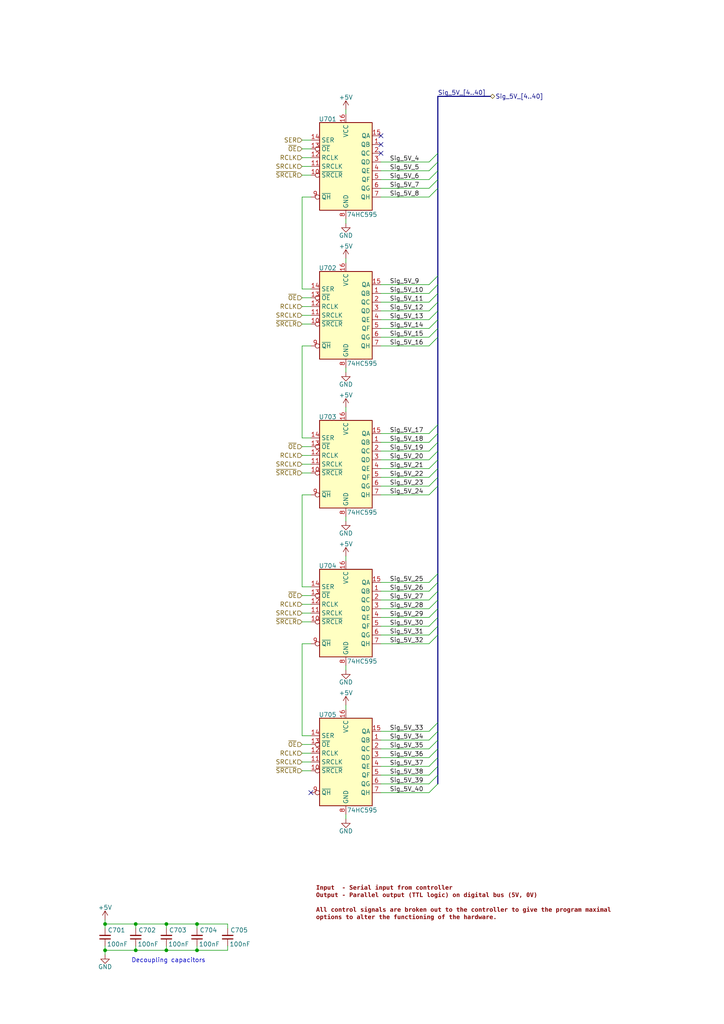
<source format=kicad_sch>
(kicad_sch (version 20250114) (generator "eeschema") (generator_version "9.0")
  (paper "A4" portrait)
  (title_block (title "VersaLogic board tester") (date "2025-09-09") (rev "1.0") (comment 1 "Copyright (c) 2025 by Filip Pynckels & Robin Pynckels"))
  (lib_symbols
    (symbol "74HCxx:74HC595"
      (property "Reference" "U" (at -7.112 13.97 0))
      (property "Value" "74HC595" (at 4.572 -13.97 0))
      (symbol "74HC595_1_0"
        (pin input line (at -10.16 7.62 0) (length 2.54) (name "SER") (number "14"))
        (pin input inverted (at -10.16 5.08 0) (length 2.54) (name "~{OE}") (number "13"))
        (pin input line (at -10.16 2.54 0) (length 2.54) (name "RCLK") (number "12"))
        (pin input line (at -10.16 0 0) (length 2.54) (name "SRCLK") (number "11"))
        (pin input inverted (at -10.16 -2.54 0) (length 2.54) (name "~{SRCLR}") (number "10"))
        (pin output inverted (at -10.16 -8.89 0) (length 2.54) (name "~{QH}") (number "9"))
        (pin power_in line (at 0 15.24 270) (length 2.54) (name "VCC") (number "16"))
        (pin power_in line (at 0 -15.24 90) (length 2.54) (name "GND") (number "8"))
        (pin output line (at 10.16 8.89 180) (length 2.54) (name "QA") (number "15"))
        (pin output line (at 10.16 6.35 180) (length 2.54) (name "QB") (number "1"))
        (pin output line (at 10.16 3.81 180) (length 2.54) (name "QC") (number "2"))
        (pin output line (at 10.16 1.27 180) (length 2.54) (name "QD") (number "3"))
        (pin output line (at 10.16 -1.27 180) (length 2.54) (name "QE") (number "4"))
        (pin output line (at 10.16 -3.81 180) (length 2.54) (name "QF") (number "5"))
        (pin output line (at 10.16 -6.35 180) (length 2.54) (name "QG") (number "6"))
        (pin output line (at 10.16 -8.89 180) (length 2.54) (name "QH") (number "7"))
      )
      (symbol "74HC595_1_1"
        (rectangle (start -7.62 12.7) (end 7.62 -12.7) (stroke (width 0.254)) (fill (type background)))
      )
    )
    (symbol "Device:C_Small" (pin_numbers (hide yes)) (pin_names (offset 0.254) (hide yes))
      (property "Reference" "C" (at 0.254 1.778 0))
      (property "Value" "C_Small" (at 0.254 -2.032 0))
      (symbol "C_Small_0_1"
        (polyline (pts (xy -1.524 0.508) (xy 1.524 0.508)) (stroke (width 0.3048)))
        (polyline (pts (xy -1.524 -0.508) (xy 1.524 -0.508)) (stroke (width 0.3302)))
      )
      (symbol "C_Small_1_1"
        (pin passive line (at 0 2.54 270) (length 2.032) (name "~") (number "1"))
        (pin passive line (at 0 -2.54 90) (length 2.032) (name "~") (number "2"))
      )
    )
    (symbol "power:+5V" (power) (pin_numbers (hide yes)) (pin_names (offset 0) (hide yes))
      (property "Value" "+5V" (at 0 3.556 0))
      (symbol "+5V_0_1"
        (polyline (pts (xy -0.762 1.27) (xy 0 2.54)))
        (polyline (pts (xy 0 2.54) (xy 0.762 1.27)))
        (polyline (pts (xy 0 0) (xy 0 2.54)))
      )
      (symbol "+5V_1_1"
        (pin power_in line (at 0 0 90) (length 0) (name "~") (number "1"))
      )
    )
    (symbol "power:GND" (power) (pin_numbers (hide yes)) (pin_names (offset 0) (hide yes))
      (property "Value" "GND" (at 0 -3.81 0))
      (symbol "GND_0_1"
        (polyline (pts (xy 0 0) (xy 0 -1.27) (xy 1.27 -1.27) (xy 0 -2.54) (xy -1.27 -1.27) (xy 0 -1.27)))
      )
      (symbol "GND_1_1"
        (pin power_in line (at 0 0 270) (length 0) (name "~") (number "1"))
      )
    )
  )
  (text "Decoupling capacitors" (at 38.1 277.876 0) (effects (font (size 1.27 1.27)) (justify left top)))
  (text "Input  - Serial input from controller\nOutput - Parallel output (TTL logic) on digital bus (5V, 0V)\n\nAll control signals are broken out to the controller to give the program maximal\noptions to alter the functioning of the hardware." (at 91.694 257.302 0) (effects (font (size 1.27 1.27) (bold yes)) (justify left top)))
  (junction (at 48.26 267.97))
  (junction (at 30.48 267.97))
  (junction (at 48.26 275.59))
  (junction (at 57.15 267.97))
  (junction (at 39.37 275.59))
  (junction (at 30.48 275.59))
  (junction (at 39.37 267.97))
  (junction (at 57.15 275.59))
  (no_connect (at 90.17 229.87))
  (no_connect (at 110.49 44.45))
  (no_connect (at 110.49 39.37))
  (no_connect (at 110.49 41.91))
  (bus_entry (at 124.46 222.25) (size 2.54 -2.54))
  (bus_entry (at 124.46 179.07) (size 2.54 -2.54))
  (bus_entry (at 124.46 92.71) (size 2.54 -2.54))
  (bus_entry (at 124.46 143.51) (size 2.54 -2.54))
  (bus_entry (at 124.46 128.27) (size 2.54 -2.54))
  (bus_entry (at 124.46 100.33) (size 2.54 -2.54))
  (bus_entry (at 124.46 168.91) (size 2.54 -2.54))
  (bus_entry (at 124.46 52.07) (size 2.54 -2.54))
  (bus_entry (at 124.46 140.97) (size 2.54 -2.54))
  (bus_entry (at 124.46 97.79) (size 2.54 -2.54))
  (bus_entry (at 124.46 212.09) (size 2.54 -2.54))
  (bus_entry (at 124.46 219.71) (size 2.54 -2.54))
  (bus_entry (at 124.46 227.33) (size 2.54 -2.54))
  (bus_entry (at 124.46 46.99) (size 2.54 -2.54))
  (bus_entry (at 124.46 125.73) (size 2.54 -2.54))
  (bus_entry (at 124.46 130.81) (size 2.54 -2.54))
  (bus_entry (at 124.46 85.09) (size 2.54 -2.54))
  (bus_entry (at 124.46 171.45) (size 2.54 -2.54))
  (bus_entry (at 124.46 82.55) (size 2.54 -2.54))
  (bus_entry (at 124.46 90.17) (size 2.54 -2.54))
  (bus_entry (at 124.46 95.25) (size 2.54 -2.54))
  (bus_entry (at 124.46 186.69) (size 2.54 -2.54))
  (bus_entry (at 124.46 87.63) (size 2.54 -2.54))
  (bus_entry (at 124.46 176.53) (size 2.54 -2.54))
  (bus_entry (at 124.46 217.17) (size 2.54 -2.54))
  (bus_entry (at 124.46 214.63) (size 2.54 -2.54))
  (bus_entry (at 124.46 135.89) (size 2.54 -2.54))
  (bus_entry (at 124.46 57.15) (size 2.54 -2.54))
  (bus_entry (at 124.46 229.87) (size 2.54 -2.54))
  (bus_entry (at 124.46 133.35) (size 2.54 -2.54))
  (bus_entry (at 124.46 181.61) (size 2.54 -2.54))
  (bus_entry (at 124.46 138.43) (size 2.54 -2.54))
  (bus_entry (at 124.46 184.15) (size 2.54 -2.54))
  (bus_entry (at 124.46 224.79) (size 2.54 -2.54))
  (bus_entry (at 124.46 173.99) (size 2.54 -2.54))
  (bus_entry (at 124.46 54.61) (size 2.54 -2.54))
  (bus_entry (at 124.46 49.53) (size 2.54 -2.54))
  (bus (pts (xy 127 125.73) (xy 127 128.27)))
  (wire (pts (xy 87.63 50.8) (xy 90.17 50.8)))
  (wire (pts (xy 110.49 133.35) (xy 124.46 133.35)))
  (bus (pts (xy 127 171.45) (xy 127 173.99)))
  (wire (pts (xy 87.63 170.18) (xy 90.17 170.18)))
  (wire (pts (xy 48.26 267.97) (xy 48.26 269.24)))
  (wire (pts (xy 66.04 274.32) (xy 66.04 275.59)))
  (wire (pts (xy 110.49 181.61) (xy 124.46 181.61)))
  (wire (pts (xy 110.49 128.27) (xy 124.46 128.27)))
  (wire (pts (xy 48.26 274.32) (xy 48.26 275.59)))
  (bus (pts (xy 127 90.17) (xy 127 92.71)))
  (wire (pts (xy 110.49 212.09) (xy 124.46 212.09)))
  (bus (pts (xy 127 135.89) (xy 127 138.43)))
  (wire (pts (xy 110.49 49.53) (xy 124.46 49.53)))
  (bus (pts (xy 127 130.81) (xy 127 133.35)))
  (wire (pts (xy 87.63 100.33) (xy 87.63 127)))
  (wire (pts (xy 110.49 100.33) (xy 124.46 100.33)))
  (wire (pts (xy 110.49 92.71) (xy 124.46 92.71)))
  (wire (pts (xy 100.33 63.5) (xy 100.33 64.77)))
  (wire (pts (xy 100.33 204.47) (xy 100.33 205.74)))
  (wire (pts (xy 110.49 214.63) (xy 124.46 214.63)))
  (wire (pts (xy 110.49 135.89) (xy 124.46 135.89)))
  (bus (pts (xy 127 27.94) (xy 127 44.45)))
  (wire (pts (xy 87.63 83.82) (xy 90.17 83.82)))
  (wire (pts (xy 30.48 267.97) (xy 30.48 269.24)))
  (wire (pts (xy 110.49 229.87) (xy 124.46 229.87)))
  (wire (pts (xy 110.49 125.73) (xy 124.46 125.73)))
  (wire (pts (xy 110.49 97.79) (xy 124.46 97.79)))
  (wire (pts (xy 87.63 220.98) (xy 90.17 220.98)))
  (bus (pts (xy 127 138.43) (xy 127 140.97)))
  (wire (pts (xy 87.63 143.51) (xy 87.63 170.18)))
  (wire (pts (xy 90.17 57.15) (xy 87.63 57.15)))
  (bus (pts (xy 127 85.09) (xy 127 87.63)))
  (wire (pts (xy 87.63 137.16) (xy 90.17 137.16)))
  (wire (pts (xy 87.63 218.44) (xy 90.17 218.44)))
  (wire (pts (xy 110.49 138.43) (xy 124.46 138.43)))
  (wire (pts (xy 90.17 186.69) (xy 87.63 186.69)))
  (bus (pts (xy 127 92.71) (xy 127 95.25)))
  (wire (pts (xy 87.63 186.69) (xy 87.63 213.36)))
  (bus (pts (xy 127 133.35) (xy 127 135.89)))
  (wire (pts (xy 66.04 275.59) (xy 57.15 275.59)))
  (wire (pts (xy 87.63 91.44) (xy 90.17 91.44)))
  (wire (pts (xy 110.49 227.33) (xy 124.46 227.33)))
  (wire (pts (xy 110.49 82.55) (xy 124.46 82.55)))
  (wire (pts (xy 110.49 54.61) (xy 124.46 54.61)))
  (bus (pts (xy 127 97.79) (xy 127 123.19)))
  (wire (pts (xy 100.33 236.22) (xy 100.33 237.49)))
  (bus (pts (xy 127 212.09) (xy 127 214.63)))
  (wire (pts (xy 66.04 267.97) (xy 57.15 267.97)))
  (wire (pts (xy 87.63 45.72) (xy 90.17 45.72)))
  (wire (pts (xy 39.37 267.97) (xy 39.37 269.24)))
  (wire (pts (xy 87.63 213.36) (xy 90.17 213.36)))
  (wire (pts (xy 87.63 48.26) (xy 90.17 48.26)))
  (wire (pts (xy 100.33 149.86) (xy 100.33 151.13)))
  (wire (pts (xy 110.49 171.45) (xy 124.46 171.45)))
  (bus (pts (xy 127 179.07) (xy 127 181.61)))
  (bus (pts (xy 127 128.27) (xy 127 130.81)))
  (wire (pts (xy 87.63 40.64) (xy 90.17 40.64)))
  (wire (pts (xy 110.49 46.99) (xy 124.46 46.99)))
  (wire (pts (xy 57.15 274.32) (xy 57.15 275.59)))
  (bus (pts (xy 142.24 27.94) (xy 127 27.94)))
  (bus (pts (xy 127 87.63) (xy 127 90.17)))
  (bus (pts (xy 127 222.25) (xy 127 224.79)))
  (wire (pts (xy 48.26 267.97) (xy 39.37 267.97)))
  (wire (pts (xy 100.33 74.93) (xy 100.33 76.2)))
  (wire (pts (xy 87.63 177.8) (xy 90.17 177.8)))
  (wire (pts (xy 110.49 219.71) (xy 124.46 219.71)))
  (bus (pts (xy 127 219.71) (xy 127 222.25)))
  (wire (pts (xy 90.17 143.51) (xy 87.63 143.51)))
  (wire (pts (xy 110.49 90.17) (xy 124.46 90.17)))
  (bus (pts (xy 127 46.99) (xy 127 49.53)))
  (bus (pts (xy 127 166.37) (xy 127 168.91)))
  (wire (pts (xy 90.17 100.33) (xy 87.63 100.33)))
  (wire (pts (xy 100.33 193.04) (xy 100.33 194.31)))
  (wire (pts (xy 100.33 31.75) (xy 100.33 33.02)))
  (bus (pts (xy 127 123.19) (xy 127 125.73)))
  (wire (pts (xy 100.33 118.11) (xy 100.33 119.38)))
  (wire (pts (xy 30.48 275.59) (xy 30.48 276.86)))
  (wire (pts (xy 110.49 168.91) (xy 124.46 168.91)))
  (wire (pts (xy 30.48 266.7) (xy 30.48 267.97)))
  (wire (pts (xy 110.49 222.25) (xy 124.46 222.25)))
  (wire (pts (xy 110.49 57.15) (xy 124.46 57.15)))
  (wire (pts (xy 87.63 175.26) (xy 90.17 175.26)))
  (bus (pts (xy 127 217.17) (xy 127 219.71)))
  (wire (pts (xy 87.63 86.36) (xy 90.17 86.36)))
  (wire (pts (xy 87.63 43.18) (xy 90.17 43.18)))
  (bus (pts (xy 127 184.15) (xy 127 209.55)))
  (wire (pts (xy 87.63 93.98) (xy 90.17 93.98)))
  (bus (pts (xy 127 49.53) (xy 127 52.07)))
  (wire (pts (xy 110.49 130.81) (xy 124.46 130.81)))
  (wire (pts (xy 110.49 87.63) (xy 124.46 87.63)))
  (bus (pts (xy 127 44.45) (xy 127 46.99)))
  (wire (pts (xy 87.63 172.72) (xy 90.17 172.72)))
  (wire (pts (xy 110.49 140.97) (xy 124.46 140.97)))
  (wire (pts (xy 100.33 161.29) (xy 100.33 162.56)))
  (wire (pts (xy 57.15 267.97) (xy 48.26 267.97)))
  (wire (pts (xy 110.49 179.07) (xy 124.46 179.07)))
  (wire (pts (xy 87.63 215.9) (xy 90.17 215.9)))
  (wire (pts (xy 110.49 52.07) (xy 124.46 52.07)))
  (bus (pts (xy 127 82.55) (xy 127 85.09)))
  (wire (pts (xy 87.63 57.15) (xy 87.63 83.82)))
  (wire (pts (xy 66.04 269.24) (xy 66.04 267.97)))
  (wire (pts (xy 48.26 275.59) (xy 39.37 275.59)))
  (wire (pts (xy 110.49 176.53) (xy 124.46 176.53)))
  (bus (pts (xy 127 52.07) (xy 127 54.61)))
  (wire (pts (xy 87.63 134.62) (xy 90.17 134.62)))
  (wire (pts (xy 87.63 127) (xy 90.17 127)))
  (wire (pts (xy 110.49 143.51) (xy 124.46 143.51)))
  (wire (pts (xy 110.49 224.79) (xy 124.46 224.79)))
  (wire (pts (xy 87.63 129.54) (xy 90.17 129.54)))
  (wire (pts (xy 39.37 267.97) (xy 30.48 267.97)))
  (wire (pts (xy 30.48 274.32) (xy 30.48 275.59)))
  (wire (pts (xy 110.49 184.15) (xy 124.46 184.15)))
  (wire (pts (xy 87.63 132.08) (xy 90.17 132.08)))
  (bus (pts (xy 127 176.53) (xy 127 179.07)))
  (wire (pts (xy 87.63 223.52) (xy 90.17 223.52)))
  (bus (pts (xy 127 181.61) (xy 127 184.15)))
  (wire (pts (xy 110.49 217.17) (xy 124.46 217.17)))
  (wire (pts (xy 87.63 180.34) (xy 90.17 180.34)))
  (wire (pts (xy 57.15 275.59) (xy 48.26 275.59)))
  (bus (pts (xy 127 224.79) (xy 127 227.33)))
  (wire (pts (xy 39.37 275.59) (xy 30.48 275.59)))
  (bus (pts (xy 127 209.55) (xy 127 212.09)))
  (wire (pts (xy 110.49 173.99) (xy 124.46 173.99)))
  (bus (pts (xy 127 214.63) (xy 127 217.17)))
  (bus (pts (xy 127 173.99) (xy 127 176.53)))
  (wire (pts (xy 39.37 274.32) (xy 39.37 275.59)))
  (wire (pts (xy 110.49 95.25) (xy 124.46 95.25)))
  (bus (pts (xy 127 80.01) (xy 127 82.55)))
  (bus (pts (xy 127 168.91) (xy 127 171.45)))
  (wire (pts (xy 87.63 88.9) (xy 90.17 88.9)))
  (wire (pts (xy 100.33 106.68) (xy 100.33 107.95)))
  (wire (pts (xy 57.15 267.97) (xy 57.15 269.24)))
  (bus (pts (xy 127 95.25) (xy 127 97.79)))
  (wire (pts (xy 110.49 85.09) (xy 124.46 85.09)))
  (bus (pts (xy 127 54.61) (xy 127 80.01)))
  (bus (pts (xy 127 140.97) (xy 127 166.37)))
  (wire (pts (xy 110.49 186.69) (xy 124.46 186.69)))
  (label "Sig_5V_[4..40]" (at 127 27.94 0))
  (label "Sig_5V_29" (at 113.03 179.07 0))
  (label "Sig_5V_32" (at 113.03 186.69 0))
  (label "Sig_5V_14" (at 113.03 95.25 0))
  (label "Sig_5V_9" (at 113.03 82.55 0))
  (label "Sig_5V_35" (at 113.03 217.17 0))
  (label "Sig_5V_4" (at 113.03 46.99 0))
  (label "Sig_5V_34" (at 113.03 214.63 0))
  (label "Sig_5V_10" (at 113.03 85.09 0))
  (label "Sig_5V_24" (at 113.03 143.51 0))
  (label "Sig_5V_28" (at 113.03 176.53 0))
  (label "Sig_5V_36" (at 113.03 219.71 0))
  (label "Sig_5V_6" (at 113.03 52.07 0))
  (label "Sig_5V_12" (at 113.03 90.17 0))
  (label "Sig_5V_11" (at 113.03 87.63 0))
  (label "Sig_5V_5" (at 113.03 49.53 0))
  (label "Sig_5V_23" (at 113.03 140.97 0))
  (label "Sig_5V_39" (at 113.03 227.33 0))
  (label "Sig_5V_30" (at 113.03 181.61 0))
  (label "Sig_5V_17" (at 113.03 125.73 0))
  (label "Sig_5V_27" (at 113.03 173.99 0))
  (label "Sig_5V_22" (at 113.03 138.43 0))
  (label "Sig_5V_21" (at 113.03 135.89 0))
  (label "Sig_5V_31" (at 113.03 184.15 0))
  (label "Sig_5V_8" (at 113.03 57.15 0))
  (label "Sig_5V_7" (at 113.03 54.61 0))
  (label "Sig_5V_33" (at 113.03 212.09 0))
  (label "Sig_5V_20" (at 113.03 133.35 0))
  (label "Sig_5V_40" (at 113.03 229.87 0))
  (label "Sig_5V_16" (at 113.03 100.33 0))
  (label "Sig_5V_19" (at 113.03 130.81 0))
  (label "Sig_5V_25" (at 113.03 168.91 0))
  (label "Sig_5V_38" (at 113.03 224.79 0))
  (label "Sig_5V_15" (at 113.03 97.79 0))
  (label "Sig_5V_37" (at 113.03 222.25 0))
  (label "Sig_5V_26" (at 113.03 171.45 0))
  (label "Sig_5V_18" (at 113.03 128.27 0))
  (label "Sig_5V_13" (at 113.03 92.71 0))
  (hierarchical_label "~{SRCLR}" (shape input) (at 87.63 93.98 180))
  (hierarchical_label "~{SRCLR}" (shape input) (at 87.63 223.52 180))
  (hierarchical_label "RCLK" (shape input) (at 87.63 45.72 180))
  (hierarchical_label "SRCLK" (shape input) (at 87.63 220.98 180))
  (hierarchical_label "~{SRCLR}" (shape input) (at 87.63 50.8 180))
  (hierarchical_label "RCLK" (shape input) (at 87.63 175.26 180))
  (hierarchical_label "~{OE}" (shape input) (at 87.63 172.72 180))
  (hierarchical_label "~{SRCLR}" (shape input) (at 87.63 137.16 180))
  (hierarchical_label "~{OE}" (shape input) (at 87.63 43.18 180))
  (hierarchical_label "~{OE}" (shape input) (at 87.63 86.36 180))
  (hierarchical_label "SRCLK" (shape input) (at 87.63 48.26 180))
  (hierarchical_label "~{OE}" (shape input) (at 87.63 215.9 180))
  (hierarchical_label "SRCLK" (shape input) (at 87.63 91.44 180))
  (hierarchical_label "SRCLK" (shape input) (at 87.63 134.62 180))
  (hierarchical_label "RCLK" (shape input) (at 87.63 88.9 180))
  (hierarchical_label "Sig_5V_[4..40]" (shape tri_state) (at 142.24 27.94 0))
  (hierarchical_label "RCLK" (shape input) (at 87.63 132.08 180))
  (hierarchical_label "SER" (shape input) (at 87.63 40.64 180))
  (hierarchical_label "~{OE}" (shape input) (at 87.63 129.54 180))
  (hierarchical_label "~{SRCLR}" (shape input) (at 87.63 180.34 180))
  (hierarchical_label "RCLK" (shape input) (at 87.63 218.44 180))
  (hierarchical_label "SRCLK" (shape input) (at 87.63 177.8 180))
  (symbol (lib_id "Device:C_Small") (at 39.37 271.78 180) (unit 1)
    (property "Reference" "C702" (at 40.132 269.748 0) (effects (justify right)))
    (property "Value" "100nF" (at 39.878 273.812 0) (effects (justify right)))
    (property "Footprint" "Capacitor_THT:C_Disc_D5.0mm_W2.5mm_P5.00mm" (effects (hide yes)))
    (property "Description" "Unpolarized capacitor, small symbol" (effects (hide yes)))
    (instances (project "VersaLogic_Board_Tester" (path "" (reference "C702") (unit 1)) (path "" (reference "C802") (unit 1))))
  )
  (symbol (lib_id "power:GND") (at 100.33 194.31 0) (mirror y) (unit 1)
    (property "Reference" "#PWR0708" (effects (hide yes)))
    (property "Value" "GND" (at 100.33 197.104 0) (effects (justify top)))
    (property "Description" "Power symbol creates a global label with name \"GND\" , ground" (effects (hide yes)))
    (instances (project "VersaLogic_Board_Tester" (path "" (reference "#PWR0708") (unit 1)) (path "" (reference "#PWR0808") (unit 1))))
  )
  (symbol (lib_id "74HCxx:74HC595") (at 100.33 134.62 0) (unit 1)
    (property "Reference" "U703" (at 92.456 120.904 0) (effects (justify left)))
    (property "Value" "74HC595" (at 100.584 148.59 0) (effects (justify left)))
    (property "Footprint" "Package_DIP:DIP-16_W7.62mm" (effects (hide yes)))
    (property "Datasheet" "http://www.ti.com/lit/ds/symlink/sn74hc595.pdf" (effects (hide yes)))
    (property "Description" "8-bit serial in / parallel out Shift Register 3-State Outputs" (effects (hide yes)))
    (instances (project "VersaLogic_Board_Tester" (path "" (reference "U703") (unit 1)) (path "" (reference "U803") (unit 1))))
  )
  (symbol (lib_id "74HCxx:74HC595") (at 100.33 48.26 0) (unit 1)
    (property "Reference" "U701" (at 92.456 34.544 0) (effects (justify left)))
    (property "Value" "74HC595" (at 100.584 62.23 0) (effects (justify left)))
    (property "Footprint" "Package_DIP:DIP-16_W7.62mm" (effects (hide yes)))
    (property "Datasheet" "http://www.ti.com/lit/ds/symlink/sn74hc595.pdf" (effects (hide yes)))
    (property "Description" "8-bit serial in / parallel out Shift Register 3-State Outputs" (effects (hide yes)))
    (instances (project "VersaLogic_Board_Tester" (path "" (reference "U701") (unit 1)) (path "" (reference "U801") (unit 1))))
  )
  (symbol (lib_id "power:+5V") (at 30.48 266.7 0) (mirror y) (unit 1)
    (property "Reference" "#PWR0711" (effects (hide yes)))
    (property "Value" "+5V" (at 30.48 263.906 0) (effects (justify bottom)))
    (property "Description" "Power symbol creates a global label with name \"+5V\"" (effects (hide yes)))
    (instances (project "VersaLogic_Board_Tester" (path "" (reference "#PWR0711") (unit 1)) (path "" (reference "#PWR0811") (unit 1))))
  )
  (symbol (lib_id "74HCxx:74HC595") (at 100.33 91.44 0) (unit 1)
    (property "Reference" "U702" (at 92.456 77.724 0) (effects (justify left)))
    (property "Value" "74HC595" (at 100.584 105.41 0) (effects (justify left)))
    (property "Footprint" "Package_DIP:DIP-16_W7.62mm" (effects (hide yes)))
    (property "Datasheet" "http://www.ti.com/lit/ds/symlink/sn74hc595.pdf" (effects (hide yes)))
    (property "Description" "8-bit serial in / parallel out Shift Register 3-State Outputs" (effects (hide yes)))
    (instances (project "VersaLogic_Board_Tester" (path "" (reference "U702") (unit 1)) (path "" (reference "U802") (unit 1))))
  )
  (symbol (lib_id "power:+5V") (at 100.33 31.75 0) (mirror y) (unit 1)
    (property "Reference" "#PWR0701" (effects (hide yes)))
    (property "Value" "+5V" (at 100.33 28.956 0) (effects (justify bottom)))
    (property "Description" "Power symbol creates a global label with name \"+5V\"" (effects (hide yes)))
    (instances (project "VersaLogic_Board_Tester" (path "" (reference "#PWR0701") (unit 1)) (path "" (reference "#PWR0801") (unit 1))))
  )
  (symbol (lib_id "power:+5V") (at 100.33 118.11 0) (mirror y) (unit 1)
    (property "Reference" "#PWR0705" (effects (hide yes)))
    (property "Value" "+5V" (at 100.33 115.316 0) (effects (justify bottom)))
    (property "Description" "Power symbol creates a global label with name \"+5V\"" (effects (hide yes)))
    (instances (project "VersaLogic_Board_Tester" (path "" (reference "#PWR0705") (unit 1)) (path "" (reference "#PWR0805") (unit 1))))
  )
  (symbol (lib_id "Device:C_Small") (at 48.26 271.78 180) (unit 1)
    (property "Reference" "C703" (at 49.022 269.748 0) (effects (justify right)))
    (property "Value" "100nF" (at 48.768 273.812 0) (effects (justify right)))
    (property "Footprint" "Capacitor_THT:C_Disc_D5.0mm_W2.5mm_P5.00mm" (effects (hide yes)))
    (property "Description" "Unpolarized capacitor, small symbol" (effects (hide yes)))
    (instances (project "VersaLogic_Board_Tester" (path "" (reference "C703") (unit 1)) (path "" (reference "C803") (unit 1))))
  )
  (symbol (lib_id "Device:C_Small") (at 66.04 271.78 180) (unit 1)
    (property "Reference" "C705" (at 66.802 269.748 0) (effects (justify right)))
    (property "Value" "100nF" (at 66.548 273.812 0) (effects (justify right)))
    (property "Footprint" "Capacitor_THT:C_Disc_D5.0mm_W2.5mm_P5.00mm" (effects (hide yes)))
    (property "Description" "Unpolarized capacitor, small symbol" (effects (hide yes)))
    (instances (project "VersaLogic_Board_Tester" (path "" (reference "C705") (unit 1)) (path "" (reference "C805") (unit 1))))
  )
  (symbol (lib_id "power:+5V") (at 100.33 74.93 0) (mirror y) (unit 1)
    (property "Reference" "#PWR0703" (effects (hide yes)))
    (property "Value" "+5V" (at 100.33 72.136 0) (effects (justify bottom)))
    (property "Description" "Power symbol creates a global label with name \"+5V\"" (effects (hide yes)))
    (instances (project "VersaLogic_Board_Tester" (path "" (reference "#PWR0703") (unit 1)) (path "" (reference "#PWR0803") (unit 1))))
  )
  (symbol (lib_id "74HCxx:74HC595") (at 100.33 177.8 0) (unit 1)
    (property "Reference" "U704" (at 92.456 164.084 0) (effects (justify left)))
    (property "Value" "74HC595" (at 100.584 191.77 0) (effects (justify left)))
    (property "Footprint" "Package_DIP:DIP-16_W7.62mm" (effects (hide yes)))
    (property "Datasheet" "http://www.ti.com/lit/ds/symlink/sn74hc595.pdf" (effects (hide yes)))
    (property "Description" "8-bit serial in / parallel out Shift Register 3-State Outputs" (effects (hide yes)))
    (instances (project "VersaLogic_Board_Tester" (path "" (reference "U704") (unit 1)) (path "" (reference "U804") (unit 1))))
  )
  (symbol (lib_id "power:GND") (at 100.33 64.77 0) (mirror y) (unit 1)
    (property "Reference" "#PWR0702" (effects (hide yes)))
    (property "Value" "GND" (at 100.33 67.564 0) (effects (justify top)))
    (property "Description" "Power symbol creates a global label with name \"GND\" , ground" (effects (hide yes)))
    (instances (project "VersaLogic_Board_Tester" (path "" (reference "#PWR0702") (unit 1)) (path "" (reference "#PWR0802") (unit 1))))
  )
  (symbol (lib_id "power:+5V") (at 100.33 161.29 0) (mirror y) (unit 1)
    (property "Reference" "#PWR0707" (effects (hide yes)))
    (property "Value" "+5V" (at 100.33 158.496 0) (effects (justify bottom)))
    (property "Description" "Power symbol creates a global label with name \"+5V\"" (effects (hide yes)))
    (instances (project "VersaLogic_Board_Tester" (path "" (reference "#PWR0707") (unit 1)) (path "" (reference "#PWR0807") (unit 1))))
  )
  (symbol (lib_id "power:GND") (at 30.48 276.86 0) (mirror y) (unit 1)
    (property "Reference" "#PWR0712" (effects (hide yes)))
    (property "Value" "GND" (at 30.48 279.654 0) (effects (justify top)))
    (property "Description" "Power symbol creates a global label with name \"GND\" , ground" (effects (hide yes)))
    (instances (project "VersaLogic_Board_Tester" (path "" (reference "#PWR0712") (unit 1)) (path "" (reference "#PWR0812") (unit 1))))
  )
  (symbol (lib_id "power:+5V") (at 100.33 204.47 0) (mirror y) (unit 1)
    (property "Reference" "#PWR0709" (effects (hide yes)))
    (property "Value" "+5V" (at 100.33 201.676 0) (effects (justify bottom)))
    (property "Description" "Power symbol creates a global label with name \"+5V\"" (effects (hide yes)))
    (instances (project "VersaLogic_Board_Tester" (path "" (reference "#PWR0709") (unit 1)) (path "" (reference "#PWR0809") (unit 1))))
  )
  (symbol (lib_id "power:GND") (at 100.33 237.49 0) (mirror y) (unit 1)
    (property "Reference" "#PWR0710" (effects (hide yes)))
    (property "Value" "GND" (at 100.33 240.284 0) (effects (justify top)))
    (property "Description" "Power symbol creates a global label with name \"GND\" , ground" (effects (hide yes)))
    (instances (project "VersaLogic_Board_Tester" (path "" (reference "#PWR0710") (unit 1)) (path "" (reference "#PWR0810") (unit 1))))
  )
  (symbol (lib_id "power:GND") (at 100.33 107.95 0) (mirror y) (unit 1)
    (property "Reference" "#PWR0704" (effects (hide yes)))
    (property "Value" "GND" (at 100.33 110.744 0) (effects (justify top)))
    (property "Description" "Power symbol creates a global label with name \"GND\" , ground" (effects (hide yes)))
    (instances (project "VersaLogic_Board_Tester" (path "" (reference "#PWR0704") (unit 1)) (path "" (reference "#PWR0804") (unit 1))))
  )
  (symbol (lib_id "Device:C_Small") (at 57.15 271.78 180) (unit 1)
    (property "Reference" "C704" (at 57.912 269.748 0) (effects (justify right)))
    (property "Value" "100nF" (at 57.658 273.812 0) (effects (justify right)))
    (property "Footprint" "Capacitor_THT:C_Disc_D5.0mm_W2.5mm_P5.00mm" (effects (hide yes)))
    (property "Description" "Unpolarized capacitor, small symbol" (effects (hide yes)))
    (instances (project "VersaLogic_Board_Tester" (path "" (reference "C704") (unit 1)) (path "" (reference "C804") (unit 1))))
  )
  (symbol (lib_id "power:GND") (at 100.33 151.13 0) (mirror y) (unit 1)
    (property "Reference" "#PWR0706" (effects (hide yes)))
    (property "Value" "GND" (at 100.33 153.924 0) (effects (justify top)))
    (property "Description" "Power symbol creates a global label with name \"GND\" , ground" (effects (hide yes)))
    (instances (project "VersaLogic_Board_Tester" (path "" (reference "#PWR0706") (unit 1)) (path "" (reference "#PWR0806") (unit 1))))
  )
  (symbol (lib_id "74HCxx:74HC595") (at 100.33 220.98 0) (unit 1)
    (property "Reference" "U705" (at 92.456 207.264 0) (effects (justify left)))
    (property "Value" "74HC595" (at 100.584 234.95 0) (effects (justify left)))
    (property "Footprint" "Package_DIP:DIP-16_W7.62mm" (effects (hide yes)))
    (property "Datasheet" "http://www.ti.com/lit/ds/symlink/sn74hc595.pdf" (effects (hide yes)))
    (property "Description" "8-bit serial in / parallel out Shift Register 3-State Outputs" (effects (hide yes)))
    (instances (project "VersaLogic_Board_Tester" (path "" (reference "U705") (unit 1)) (path "" (reference "U805") (unit 1))))
  )
  (symbol (lib_id "Device:C_Small") (at 30.48 271.78 180) (unit 1)
    (property "Reference" "C701" (at 31.242 269.748 0) (effects (justify right)))
    (property "Value" "100nF" (at 30.988 273.812 0) (effects (justify right)))
    (property "Footprint" "Capacitor_THT:C_Disc_D5.0mm_W2.5mm_P5.00mm" (effects (hide yes)))
    (property "Description" "Unpolarized capacitor, small symbol" (effects (hide yes)))
    (instances (project "VersaLogic_Board_Tester" (path "" (reference "C701") (unit 1)) (path "" (reference "C801") (unit 1))))
  )
)
</source>
